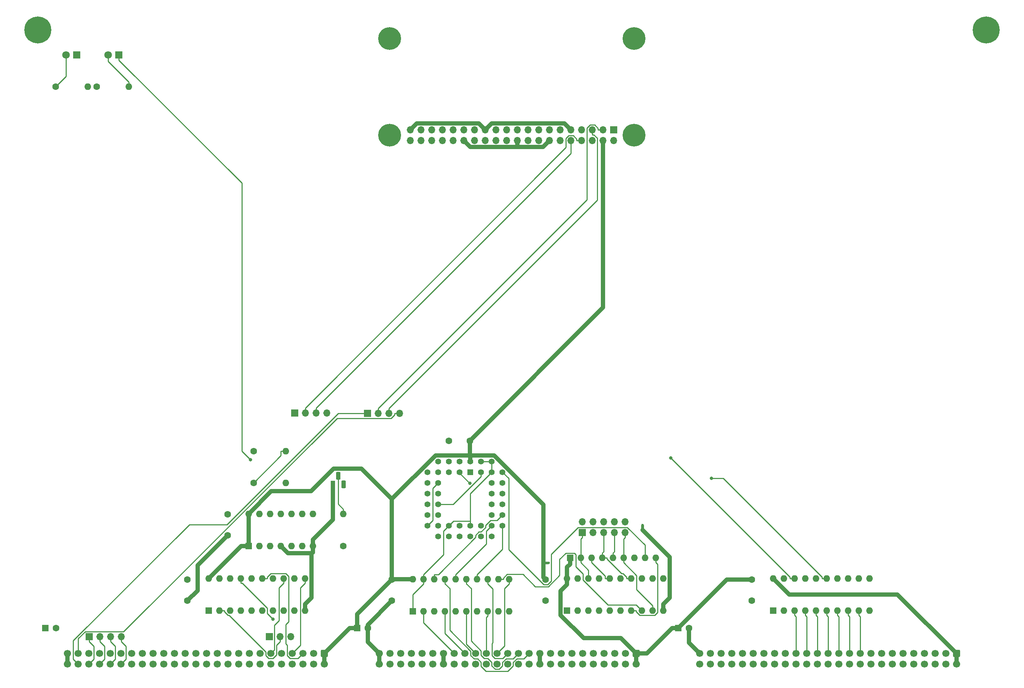
<source format=gbr>
%TF.GenerationSoftware,KiCad,Pcbnew,(6.0.11)*%
%TF.CreationDate,2023-12-17T12:14:55-05:00*%
%TF.ProjectId,input-output.SelfHost,696e7075-742d-46f7-9574-7075742e5365,rev?*%
%TF.SameCoordinates,Original*%
%TF.FileFunction,Copper,L2,Bot*%
%TF.FilePolarity,Positive*%
%FSLAX46Y46*%
G04 Gerber Fmt 4.6, Leading zero omitted, Abs format (unit mm)*
G04 Created by KiCad (PCBNEW (6.0.11)) date 2023-12-17 12:14:55*
%MOMM*%
%LPD*%
G01*
G04 APERTURE LIST*
G04 Aperture macros list*
%AMRoundRect*
0 Rectangle with rounded corners*
0 $1 Rounding radius*
0 $2 $3 $4 $5 $6 $7 $8 $9 X,Y pos of 4 corners*
0 Add a 4 corners polygon primitive as box body*
4,1,4,$2,$3,$4,$5,$6,$7,$8,$9,$2,$3,0*
0 Add four circle primitives for the rounded corners*
1,1,$1+$1,$2,$3*
1,1,$1+$1,$4,$5*
1,1,$1+$1,$6,$7*
1,1,$1+$1,$8,$9*
0 Add four rect primitives between the rounded corners*
20,1,$1+$1,$2,$3,$4,$5,0*
20,1,$1+$1,$4,$5,$6,$7,0*
20,1,$1+$1,$6,$7,$8,$9,0*
20,1,$1+$1,$8,$9,$2,$3,0*%
G04 Aperture macros list end*
%TA.AperFunction,ComponentPad*%
%ADD10C,6.400000*%
%TD*%
%TA.AperFunction,ComponentPad*%
%ADD11RoundRect,0.250000X-0.600000X0.600000X-0.600000X-0.600000X0.600000X-0.600000X0.600000X0.600000X0*%
%TD*%
%TA.AperFunction,ComponentPad*%
%ADD12C,1.700000*%
%TD*%
%TA.AperFunction,ComponentPad*%
%ADD13R,1.700000X1.700000*%
%TD*%
%TA.AperFunction,ComponentPad*%
%ADD14O,1.700000X1.700000*%
%TD*%
%TA.AperFunction,ComponentPad*%
%ADD15C,5.400000*%
%TD*%
%TA.AperFunction,ComponentPad*%
%ADD16C,1.600000*%
%TD*%
%TA.AperFunction,ComponentPad*%
%ADD17O,1.600000X1.600000*%
%TD*%
%TA.AperFunction,ComponentPad*%
%ADD18R,1.600000X1.600000*%
%TD*%
%TA.AperFunction,ComponentPad*%
%ADD19R,1.800000X1.800000*%
%TD*%
%TA.AperFunction,ComponentPad*%
%ADD20C,1.800000*%
%TD*%
%TA.AperFunction,ComponentPad*%
%ADD21C,0.600000*%
%TD*%
%TA.AperFunction,ComponentPad*%
%ADD22R,1.422400X1.422400*%
%TD*%
%TA.AperFunction,ComponentPad*%
%ADD23C,1.422400*%
%TD*%
%TA.AperFunction,ComponentPad*%
%ADD24R,1.100000X1.800000*%
%TD*%
%TA.AperFunction,ComponentPad*%
%ADD25RoundRect,0.275000X-0.275000X-0.625000X0.275000X-0.625000X0.275000X0.625000X-0.275000X0.625000X0*%
%TD*%
%TA.AperFunction,ViaPad*%
%ADD26C,0.800000*%
%TD*%
%TA.AperFunction,Conductor*%
%ADD27C,0.250000*%
%TD*%
%TA.AperFunction,Conductor*%
%ADD28C,1.000000*%
%TD*%
G04 APERTURE END LIST*
%TO.C,NT1*%
G36*
X161200000Y-201800000D02*
G01*
X160000000Y-201800000D01*
X160000000Y-201200000D01*
X161200000Y-201200000D01*
X161200000Y-201800000D01*
G37*
%TO.C,NT2*%
G36*
X183800000Y-193700000D02*
G01*
X183200000Y-193700000D01*
X183200000Y-192500000D01*
X183800000Y-192500000D01*
X183800000Y-193700000D01*
G37*
%TD*%
D10*
%TO.P,H2,1,1*%
%TO.N,GND*%
X265000000Y-75000000D03*
%TD*%
%TO.P,H1,1,1*%
%TO.N,GND*%
X40000000Y-75000000D03*
%TD*%
D11*
%TO.P,P2,1,Pin_1*%
%TO.N,VCC*%
X182000000Y-223000000D03*
D12*
%TO.P,P2,2,Pin_2*%
X182000000Y-225540000D03*
%TO.P,P2,3,Pin_3*%
%TO.N,/bus/A15*%
X179460000Y-223000000D03*
%TO.P,P2,4,Pin_4*%
%TO.N,/bus/A31*%
X179460000Y-225540000D03*
%TO.P,P2,5,Pin_5*%
%TO.N,/bus/A14*%
X176920000Y-223000000D03*
%TO.P,P2,6,Pin_6*%
%TO.N,/bus/A30*%
X176920000Y-225540000D03*
%TO.P,P2,7,Pin_7*%
%TO.N,/bus/A13*%
X174380000Y-223000000D03*
%TO.P,P2,8,Pin_8*%
%TO.N,/bus/A29*%
X174380000Y-225540000D03*
%TO.P,P2,9,Pin_9*%
%TO.N,/bus/A12*%
X171840000Y-223000000D03*
%TO.P,P2,10,Pin_10*%
%TO.N,/bus/A28*%
X171840000Y-225540000D03*
%TO.P,P2,11,Pin_11*%
%TO.N,/bus/A11*%
X169300000Y-223000000D03*
%TO.P,P2,12,Pin_12*%
%TO.N,/bus/A27*%
X169300000Y-225540000D03*
%TO.P,P2,13,Pin_13*%
%TO.N,/bus/A10*%
X166760000Y-223000000D03*
%TO.P,P2,14,Pin_14*%
%TO.N,/bus/A26*%
X166760000Y-225540000D03*
%TO.P,P2,15,Pin_15*%
%TO.N,/bus/A9*%
X164220000Y-223000000D03*
%TO.P,P2,16,Pin_16*%
%TO.N,/bus/A25*%
X164220000Y-225540000D03*
%TO.P,P2,17,Pin_17*%
%TO.N,/bus/A8*%
X161680000Y-223000000D03*
%TO.P,P2,18,Pin_18*%
%TO.N,/bus/A24*%
X161680000Y-225540000D03*
%TO.P,P2,19,Pin_19*%
%TO.N,+12V*%
X159140000Y-223000000D03*
%TO.P,P2,20,Pin_20*%
X159140000Y-225540000D03*
%TO.P,P2,21,Pin_21*%
%TO.N,A7*%
X156600000Y-223000000D03*
%TO.P,P2,22,Pin_22*%
%TO.N,/bus/A23*%
X156600000Y-225540000D03*
%TO.P,P2,23,Pin_23*%
%TO.N,A6*%
X154060000Y-223000000D03*
%TO.P,P2,24,Pin_24*%
%TO.N,/bus/A22*%
X154060000Y-225540000D03*
%TO.P,P2,25,Pin_25*%
%TO.N,A5*%
X151520000Y-223000000D03*
%TO.P,P2,26,Pin_26*%
%TO.N,/bus/A21*%
X151520000Y-225540000D03*
%TO.P,P2,27,Pin_27*%
%TO.N,A4*%
X148980000Y-223000000D03*
%TO.P,P2,28,Pin_28*%
%TO.N,/bus/A20*%
X148980000Y-225540000D03*
%TO.P,P2,29,Pin_29*%
%TO.N,A3*%
X146440000Y-223000000D03*
%TO.P,P2,30,Pin_30*%
%TO.N,/bus/A19*%
X146440000Y-225540000D03*
%TO.P,P2,31,Pin_31*%
%TO.N,A2*%
X143900000Y-223000000D03*
%TO.P,P2,32,Pin_32*%
%TO.N,/bus/A18*%
X143900000Y-225540000D03*
%TO.P,P2,33,Pin_33*%
%TO.N,A1*%
X141360000Y-223000000D03*
%TO.P,P2,34,Pin_34*%
%TO.N,/bus/A17*%
X141360000Y-225540000D03*
%TO.P,P2,35,Pin_35*%
%TO.N,A0*%
X138820000Y-223000000D03*
%TO.P,P2,36,Pin_36*%
%TO.N,/bus/A16*%
X138820000Y-225540000D03*
%TO.P,P2,37,Pin_37*%
%TO.N,-12V*%
X136280000Y-223000000D03*
%TO.P,P2,38,Pin_38*%
X136280000Y-225540000D03*
%TO.P,P2,39,Pin_39*%
%TO.N,/bus/IC3*%
X133740000Y-223000000D03*
%TO.P,P2,40,Pin_40*%
%TO.N,/bus/~{TEND1}*%
X133740000Y-225540000D03*
%TO.P,P2,41,Pin_41*%
%TO.N,/bus/IC2*%
X131200000Y-223000000D03*
%TO.P,P2,42,Pin_42*%
%TO.N,/bus/~{DREQ1}*%
X131200000Y-225540000D03*
%TO.P,P2,43,Pin_43*%
%TO.N,/bus/IC1*%
X128660000Y-223000000D03*
%TO.P,P2,44,Pin_44*%
%TO.N,/bus/~{TEND0}*%
X128660000Y-225540000D03*
%TO.P,P2,45,Pin_45*%
%TO.N,/bus/IC0*%
X126120000Y-223000000D03*
%TO.P,P2,46,Pin_46*%
%TO.N,/bus/~{DREQ0}*%
X126120000Y-225540000D03*
%TO.P,P2,47,Pin_47*%
%TO.N,/bus/AUXCLK1*%
X123580000Y-223000000D03*
%TO.P,P2,48,Pin_48*%
%TO.N,/bus/AUXCLK0*%
X123580000Y-225540000D03*
%TO.P,P2,49,Pin_49*%
%TO.N,GND*%
X121040000Y-223000000D03*
%TO.P,P2,50,Pin_50*%
X121040000Y-225540000D03*
%TD*%
D11*
%TO.P,P3,1,Pin_1*%
%TO.N,VCC*%
X258000000Y-223000000D03*
D12*
%TO.P,P3,2,Pin_2*%
X258000000Y-225540000D03*
%TO.P,P3,3,Pin_3*%
%TO.N,/bus/D15*%
X255460000Y-223000000D03*
%TO.P,P3,4,Pin_4*%
%TO.N,/bus/D31*%
X255460000Y-225540000D03*
%TO.P,P3,5,Pin_5*%
%TO.N,/bus/D14*%
X252920000Y-223000000D03*
%TO.P,P3,6,Pin_6*%
%TO.N,/bus/D30*%
X252920000Y-225540000D03*
%TO.P,P3,7,Pin_7*%
%TO.N,/bus/D13*%
X250380000Y-223000000D03*
%TO.P,P3,8,Pin_8*%
%TO.N,/bus/D29*%
X250380000Y-225540000D03*
%TO.P,P3,9,Pin_9*%
%TO.N,/bus/D12*%
X247840000Y-223000000D03*
%TO.P,P3,10,Pin_10*%
%TO.N,/bus/D28*%
X247840000Y-225540000D03*
%TO.P,P3,11,Pin_11*%
%TO.N,/bus/D11*%
X245300000Y-223000000D03*
%TO.P,P3,12,Pin_12*%
%TO.N,/bus/D27*%
X245300000Y-225540000D03*
%TO.P,P3,13,Pin_13*%
%TO.N,/bus/D10*%
X242760000Y-223000000D03*
%TO.P,P3,14,Pin_14*%
%TO.N,/bus/D26*%
X242760000Y-225540000D03*
%TO.P,P3,15,Pin_15*%
%TO.N,/bus/D9*%
X240220000Y-223000000D03*
%TO.P,P3,16,Pin_16*%
%TO.N,/bus/D25*%
X240220000Y-225540000D03*
%TO.P,P3,17,Pin_17*%
%TO.N,/bus/D8*%
X237680000Y-223000000D03*
%TO.P,P3,18,Pin_18*%
%TO.N,/bus/D24*%
X237680000Y-225540000D03*
%TO.P,P3,19,Pin_19*%
%TO.N,D7*%
X235140000Y-223000000D03*
%TO.P,P3,20,Pin_20*%
%TO.N,/bus/D23*%
X235140000Y-225540000D03*
%TO.P,P3,21,Pin_21*%
%TO.N,D6*%
X232600000Y-223000000D03*
%TO.P,P3,22,Pin_22*%
%TO.N,/bus/D22*%
X232600000Y-225540000D03*
%TO.P,P3,23,Pin_23*%
%TO.N,D5*%
X230060000Y-223000000D03*
%TO.P,P3,24,Pin_24*%
%TO.N,/bus/D21*%
X230060000Y-225540000D03*
%TO.P,P3,25,Pin_25*%
%TO.N,D4*%
X227520000Y-223000000D03*
%TO.P,P3,26,Pin_26*%
%TO.N,/bus/D20*%
X227520000Y-225540000D03*
%TO.P,P3,27,Pin_27*%
%TO.N,D3*%
X224980000Y-223000000D03*
%TO.P,P3,28,Pin_28*%
%TO.N,/bus/D19*%
X224980000Y-225540000D03*
%TO.P,P3,29,Pin_29*%
%TO.N,D2*%
X222440000Y-223000000D03*
%TO.P,P3,30,Pin_30*%
%TO.N,/bus/D18*%
X222440000Y-225540000D03*
%TO.P,P3,31,Pin_31*%
%TO.N,D1*%
X219900000Y-223000000D03*
%TO.P,P3,32,Pin_32*%
%TO.N,/bus/D17*%
X219900000Y-225540000D03*
%TO.P,P3,33,Pin_33*%
%TO.N,D0*%
X217360000Y-223000000D03*
%TO.P,P3,34,Pin_34*%
%TO.N,/bus/D16*%
X217360000Y-225540000D03*
%TO.P,P3,35,Pin_35*%
%TO.N,/bus/~{BUSERR}*%
X214820000Y-223000000D03*
%TO.P,P3,36,Pin_36*%
%TO.N,/bus/UDS*%
X214820000Y-225540000D03*
%TO.P,P3,37,Pin_37*%
%TO.N,/bus/~{VPA}*%
X212280000Y-223000000D03*
%TO.P,P3,38,Pin_38*%
%TO.N,/bus/LDS*%
X212280000Y-225540000D03*
%TO.P,P3,39,Pin_39*%
%TO.N,/bus/~{VMA}*%
X209740000Y-223000000D03*
%TO.P,P3,40,Pin_40*%
%TO.N,/bus/S2*%
X209740000Y-225540000D03*
%TO.P,P3,41,Pin_41*%
%TO.N,/bus/~{BHE}*%
X207200000Y-223000000D03*
%TO.P,P3,42,Pin_42*%
%TO.N,/bus/S1*%
X207200000Y-225540000D03*
%TO.P,P3,43,Pin_43*%
%TO.N,/bus/IPL2*%
X204660000Y-223000000D03*
%TO.P,P3,44,Pin_44*%
%TO.N,/bus/S0*%
X204660000Y-225540000D03*
%TO.P,P3,45,Pin_45*%
%TO.N,/bus/IPL1*%
X202120000Y-223000000D03*
%TO.P,P3,46,Pin_46*%
%TO.N,/bus/AUXCLK3*%
X202120000Y-225540000D03*
%TO.P,P3,47,Pin_47*%
%TO.N,/bus/IPL0*%
X199580000Y-223000000D03*
%TO.P,P3,48,Pin_48*%
%TO.N,/bus/AUXCLK2*%
X199580000Y-225540000D03*
%TO.P,P3,49,Pin_49*%
%TO.N,GND*%
X197040000Y-223000000D03*
%TO.P,P3,50,Pin_50*%
X197040000Y-225540000D03*
%TD*%
D11*
%TO.P,P1,1,Pin_1*%
%TO.N,VCC*%
X108000000Y-223000000D03*
D12*
%TO.P,P1,2,Pin_2*%
X108000000Y-225540000D03*
%TO.P,P1,3,Pin_3*%
%TO.N,~{RD}*%
X105460000Y-223000000D03*
%TO.P,P1,4,Pin_4*%
%TO.N,/bus/E*%
X105460000Y-225540000D03*
%TO.P,P1,5,Pin_5*%
%TO.N,~{WR}*%
X102920000Y-223000000D03*
%TO.P,P1,6,Pin_6*%
%TO.N,/bus/ST*%
X102920000Y-225540000D03*
%TO.P,P1,7,Pin_7*%
%TO.N,~{IORQ}*%
X100380000Y-223000000D03*
%TO.P,P1,8,Pin_8*%
%TO.N,/bus/PHI*%
X100380000Y-225540000D03*
%TO.P,P1,9,Pin_9*%
%TO.N,/bus/~{MREQ}*%
X97840000Y-223000000D03*
%TO.P,P1,10,Pin_10*%
%TO.N,/bus/~{INT2}*%
X97840000Y-225540000D03*
%TO.P,P1,11,Pin_11*%
%TO.N,~{M1}*%
X95300000Y-223000000D03*
%TO.P,P1,12,Pin_12*%
%TO.N,/bus/~{INT1}*%
X95300000Y-225540000D03*
%TO.P,P1,13,Pin_13*%
%TO.N,/bus/~{BUSACK}*%
X92760000Y-223000000D03*
%TO.P,P1,14,Pin_14*%
%TO.N,/bus/CRUCLK*%
X92760000Y-225540000D03*
%TO.P,P1,15,Pin_15*%
%TO.N,/bus/CLK*%
X90220000Y-223000000D03*
%TO.P,P1,16,Pin_16*%
%TO.N,/bus/CRUOUT*%
X90220000Y-225540000D03*
%TO.P,P1,17,Pin_17*%
%TO.N,/bus/~{INT0}*%
X87680000Y-223000000D03*
%TO.P,P1,18,Pin_18*%
%TO.N,/bus/CRUIN*%
X87680000Y-225540000D03*
%TO.P,P1,19,Pin_19*%
%TO.N,/bus/~{NMI}*%
X85140000Y-223000000D03*
%TO.P,P1,20,Pin_20*%
%TO.N,~{RES_IN}*%
X85140000Y-225540000D03*
%TO.P,P1,21,Pin_21*%
%TO.N,~{RES_OUT}*%
X82600000Y-223000000D03*
%TO.P,P1,22,Pin_22*%
%TO.N,/bus/USER8*%
X82600000Y-225540000D03*
%TO.P,P1,23,Pin_23*%
%TO.N,/bus/~{BUSRQ}*%
X80060000Y-223000000D03*
%TO.P,P1,24,Pin_24*%
%TO.N,/bus/USER7*%
X80060000Y-225540000D03*
%TO.P,P1,25,Pin_25*%
%TO.N,/bus/~{WAIT}*%
X77520000Y-223000000D03*
%TO.P,P1,26,Pin_26*%
%TO.N,/bus/USER6*%
X77520000Y-225540000D03*
%TO.P,P1,27,Pin_27*%
%TO.N,/bus/~{HALT}*%
X74980000Y-223000000D03*
%TO.P,P1,28,Pin_28*%
%TO.N,/bus/USER5*%
X74980000Y-225540000D03*
%TO.P,P1,29,Pin_29*%
%TO.N,/bus/~{RFSH}*%
X72440000Y-223000000D03*
%TO.P,P1,30,Pin_30*%
%TO.N,/bus/USER4*%
X72440000Y-225540000D03*
%TO.P,P1,31,Pin_31*%
%TO.N,/bus/~{EIRQ7}*%
X69900000Y-223000000D03*
%TO.P,P1,32,Pin_32*%
%TO.N,/bus/USER3*%
X69900000Y-225540000D03*
%TO.P,P1,33,Pin_33*%
%TO.N,/bus/~{EIRQ6}*%
X67360000Y-223000000D03*
%TO.P,P1,34,Pin_34*%
%TO.N,/bus/USER2*%
X67360000Y-225540000D03*
%TO.P,P1,35,Pin_35*%
%TO.N,/bus/~{EIRQ5}*%
X64820000Y-223000000D03*
%TO.P,P1,36,Pin_36*%
%TO.N,/bus/USER1*%
X64820000Y-225540000D03*
%TO.P,P1,37,Pin_37*%
%TO.N,/bus/~{EIRQ4}*%
X62280000Y-223000000D03*
%TO.P,P1,38,Pin_38*%
%TO.N,/bus/USER0*%
X62280000Y-225540000D03*
%TO.P,P1,39,Pin_39*%
%TO.N,/bus/~{EIRQ3}*%
X59740000Y-223000000D03*
%TO.P,P1,40,Pin_40*%
%TO.N,~{BAI}*%
X59740000Y-225540000D03*
%TO.P,P1,41,Pin_41*%
%TO.N,/bus/~{EIRQ2}*%
X57200000Y-223000000D03*
%TO.P,P1,42,Pin_42*%
%TO.N,~{BAO}*%
X57200000Y-225540000D03*
%TO.P,P1,43,Pin_43*%
%TO.N,/bus/~{EIRQ1}*%
X54660000Y-223000000D03*
%TO.P,P1,44,Pin_44*%
%TO.N,~{IEI}*%
X54660000Y-225540000D03*
%TO.P,P1,45,Pin_45*%
%TO.N,/bus/~{EIRQ0}*%
X52120000Y-223000000D03*
%TO.P,P1,46,Pin_46*%
%TO.N,~{IEO}*%
X52120000Y-225540000D03*
%TO.P,P1,47,Pin_47*%
%TO.N,I2C_SCL*%
X49580000Y-223000000D03*
%TO.P,P1,48,Pin_48*%
%TO.N,I2C_SDA*%
X49580000Y-225540000D03*
%TO.P,P1,49,Pin_49*%
%TO.N,GND*%
X47040000Y-223000000D03*
%TO.P,P1,50,Pin_50*%
X47040000Y-225540000D03*
%TD*%
D13*
%TO.P,J1,1,Pin_1*%
%TO.N,unconnected-(J1-Pad1)*%
X176650000Y-98700000D03*
D14*
%TO.P,J1,2,Pin_2*%
%TO.N,VCC*%
X176650000Y-101240000D03*
%TO.P,J1,3,Pin_3*%
%TO.N,Net-(J1-Pad3)*%
X174110000Y-98700000D03*
%TO.P,J1,4,Pin_4*%
%TO.N,VCC*%
X174110000Y-101240000D03*
%TO.P,J1,5,Pin_5*%
%TO.N,Net-(J1-Pad5)*%
X171570000Y-98700000D03*
%TO.P,J1,6,Pin_6*%
%TO.N,GND*%
X171570000Y-101240000D03*
%TO.P,J1,7,Pin_7*%
%TO.N,unconnected-(J1-Pad7)*%
X169030000Y-98700000D03*
%TO.P,J1,8,Pin_8*%
%TO.N,Net-(J1-Pad8)*%
X169030000Y-101240000D03*
%TO.P,J1,9,Pin_9*%
%TO.N,GND*%
X166490000Y-98700000D03*
%TO.P,J1,10,Pin_10*%
%TO.N,Net-(J1-Pad10)*%
X166490000Y-101240000D03*
%TO.P,J1,11,Pin_11*%
%TO.N,unconnected-(J1-Pad11)*%
X163950000Y-98700000D03*
%TO.P,J1,12,Pin_12*%
%TO.N,unconnected-(J1-Pad12)*%
X163950000Y-101240000D03*
%TO.P,J1,13,Pin_13*%
%TO.N,unconnected-(J1-Pad13)*%
X161410000Y-98700000D03*
%TO.P,J1,14,Pin_14*%
%TO.N,GND*%
X161410000Y-101240000D03*
%TO.P,J1,15,Pin_15*%
%TO.N,unconnected-(J1-Pad15)*%
X158870000Y-98700000D03*
%TO.P,J1,16,Pin_16*%
%TO.N,unconnected-(J1-Pad16)*%
X158870000Y-101240000D03*
%TO.P,J1,17,Pin_17*%
%TO.N,unconnected-(J1-Pad17)*%
X156330000Y-98700000D03*
%TO.P,J1,18,Pin_18*%
%TO.N,unconnected-(J1-Pad18)*%
X156330000Y-101240000D03*
%TO.P,J1,19,Pin_19*%
%TO.N,unconnected-(J1-Pad19)*%
X153790000Y-98700000D03*
%TO.P,J1,20,Pin_20*%
%TO.N,GND*%
X153790000Y-101240000D03*
%TO.P,J1,21,Pin_21*%
%TO.N,unconnected-(J1-Pad21)*%
X151250000Y-98700000D03*
%TO.P,J1,22,Pin_22*%
%TO.N,unconnected-(J1-Pad22)*%
X151250000Y-101240000D03*
%TO.P,J1,23,Pin_23*%
%TO.N,unconnected-(J1-Pad23)*%
X148710000Y-98700000D03*
%TO.P,J1,24,Pin_24*%
%TO.N,unconnected-(J1-Pad24)*%
X148710000Y-101240000D03*
%TO.P,J1,25,Pin_25*%
%TO.N,GND*%
X146170000Y-98700000D03*
%TO.P,J1,26,Pin_26*%
%TO.N,unconnected-(J1-Pad26)*%
X146170000Y-101240000D03*
%TO.P,J1,27,Pin_27*%
%TO.N,unconnected-(J1-Pad27)*%
X143630000Y-98700000D03*
%TO.P,J1,28,Pin_28*%
%TO.N,unconnected-(J1-Pad28)*%
X143630000Y-101240000D03*
%TO.P,J1,29,Pin_29*%
%TO.N,unconnected-(J1-Pad29)*%
X141090000Y-98700000D03*
%TO.P,J1,30,Pin_30*%
%TO.N,GND*%
X141090000Y-101240000D03*
%TO.P,J1,31,Pin_31*%
%TO.N,unconnected-(J1-Pad31)*%
X138550000Y-98700000D03*
%TO.P,J1,32,Pin_32*%
%TO.N,unconnected-(J1-Pad32)*%
X138550000Y-101240000D03*
%TO.P,J1,33,Pin_33*%
%TO.N,unconnected-(J1-Pad33)*%
X136010000Y-98700000D03*
%TO.P,J1,34,Pin_34*%
%TO.N,GND*%
X136010000Y-101240000D03*
%TO.P,J1,35,Pin_35*%
%TO.N,unconnected-(J1-Pad35)*%
X133470000Y-98700000D03*
%TO.P,J1,36,Pin_36*%
%TO.N,unconnected-(J1-Pad36)*%
X133470000Y-101240000D03*
%TO.P,J1,37,Pin_37*%
%TO.N,unconnected-(J1-Pad37)*%
X130930000Y-98700000D03*
%TO.P,J1,38,Pin_38*%
%TO.N,unconnected-(J1-Pad38)*%
X130930000Y-101240000D03*
%TO.P,J1,39,Pin_39*%
%TO.N,GND*%
X128390000Y-98700000D03*
%TO.P,J1,40,Pin_40*%
%TO.N,unconnected-(J1-Pad40)*%
X128390000Y-101240000D03*
D15*
%TO.P,J1,41,MH*%
%TO.N,unconnected-(J1-Pad41)*%
X181500000Y-100000000D03*
%TO.P,J1,42,MH*%
%TO.N,unconnected-(J1-Pad42)*%
X123500000Y-100000000D03*
%TO.P,J1,43,MH*%
%TO.N,unconnected-(J1-Pad43)*%
X181500000Y-77000000D03*
%TO.P,J1,44,MH*%
%TO.N,unconnected-(J1-Pad44)*%
X123500000Y-77000000D03*
%TD*%
D16*
%TO.P,R2,1*%
%TO.N,/UART/TX*%
X91190000Y-175000000D03*
D17*
%TO.P,R2,2*%
%TO.N,TX-3.3*%
X98810000Y-175000000D03*
%TD*%
D18*
%TO.P,C22,1*%
%TO.N,VCC*%
X115794900Y-217000000D03*
D16*
%TO.P,C22,2*%
%TO.N,GND*%
X118294900Y-217000000D03*
%TD*%
%TO.P,C10,1*%
%TO.N,VCC*%
X142500000Y-172500000D03*
%TO.P,C10,2*%
%TO.N,GND*%
X137500000Y-172500000D03*
%TD*%
D13*
%TO.P,J2,1,Pin_1*%
%TO.N,I2C_SDA*%
X118200000Y-166000000D03*
D14*
%TO.P,J2,2,Pin_2*%
%TO.N,Net-(J1-Pad3)*%
X120740000Y-166000000D03*
%TO.P,J2,3,Pin_3*%
%TO.N,Net-(J1-Pad5)*%
X123280000Y-166000000D03*
%TO.P,J2,4,Pin_4*%
%TO.N,I2C_SCL*%
X125820000Y-166000000D03*
%TD*%
D19*
%TO.P,D1,1,K*%
%TO.N,GND*%
X49250000Y-80950000D03*
D20*
%TO.P,D1,2,A*%
%TO.N,Net-(D1-Pad2)*%
X46710000Y-80950000D03*
%TD*%
D16*
%TO.P,C14,1*%
%TO.N,VCC*%
X160500000Y-205500000D03*
%TO.P,C14,2*%
%TO.N,GND*%
X160500000Y-210500000D03*
%TD*%
D18*
%TO.P,C20,1*%
%TO.N,VCC*%
X192000000Y-217000000D03*
D16*
%TO.P,C20,2*%
%TO.N,GND*%
X194500000Y-217000000D03*
%TD*%
D18*
%TO.P,U21,1,G*%
%TO.N,~{bIORQ}*%
X165575000Y-212800000D03*
D17*
%TO.P,U21,2,P0*%
%TO.N,~{bM1}*%
X168115000Y-212800000D03*
%TO.P,U21,3,R0*%
%TO.N,Net-(RN1-Pad9)*%
X170655000Y-212800000D03*
%TO.P,U21,4,P1*%
X173195000Y-212800000D03*
%TO.P,U21,5,R1*%
X175735000Y-212800000D03*
%TO.P,U21,6,P2*%
X178275000Y-212800000D03*
%TO.P,U21,7,R2*%
X180815000Y-212800000D03*
%TO.P,U21,8,P3*%
%TO.N,bA3*%
X183355000Y-212800000D03*
%TO.P,U21,9,R3*%
%TO.N,Net-(RN1-Pad6)*%
X185895000Y-212800000D03*
%TO.P,U21,10,GND*%
%TO.N,GND*%
X188435000Y-212800000D03*
%TO.P,U21,11,P4*%
%TO.N,bA4*%
X188435000Y-205180000D03*
%TO.P,U21,12,R4*%
%TO.N,Net-(RN1-Pad5)*%
X185895000Y-205180000D03*
%TO.P,U21,13,P5*%
%TO.N,bA5*%
X183355000Y-205180000D03*
%TO.P,U21,14,R5*%
%TO.N,Net-(RN1-Pad4)*%
X180815000Y-205180000D03*
%TO.P,U21,15,P6*%
%TO.N,bA6*%
X178275000Y-205180000D03*
%TO.P,U21,16,R6*%
%TO.N,Net-(RN1-Pad3)*%
X175735000Y-205180000D03*
%TO.P,U21,17,P7*%
%TO.N,bA7*%
X173195000Y-205180000D03*
%TO.P,U21,18,R7*%
%TO.N,Net-(RN1-Pad2)*%
X170655000Y-205180000D03*
%TO.P,U21,19,P=R*%
%TO.N,~{CS-UART}*%
X168115000Y-205180000D03*
%TO.P,U21,20,VCC*%
%TO.N,VCC*%
X165575000Y-205180000D03*
%TD*%
D16*
%TO.P,C9,1*%
%TO.N,VCC*%
X85000000Y-190000000D03*
%TO.P,C9,2*%
%TO.N,GND*%
X85000000Y-195000000D03*
%TD*%
D13*
%TO.P,J9,1,Pin_1*%
%TO.N,~{RES_IN}*%
X94975000Y-219000000D03*
D14*
%TO.P,J9,2,Pin_2*%
%TO.N,Net-(J9-Pad2)*%
X97515000Y-219000000D03*
%TO.P,J9,3,Pin_3*%
%TO.N,~{RES_OUT}*%
X100055000Y-219000000D03*
%TD*%
D16*
%TO.P,R1,1*%
%TO.N,Net-(D1-Pad2)*%
X44190000Y-88500000D03*
D17*
%TO.P,R1,2*%
%TO.N,VCC*%
X51810000Y-88500000D03*
%TD*%
D18*
%TO.P,U14,1,A->B*%
%TO.N,~{RD}*%
X214500000Y-212800000D03*
D17*
%TO.P,U14,2,A0*%
%TO.N,D0*%
X217040000Y-212800000D03*
%TO.P,U14,3,A1*%
%TO.N,D1*%
X219580000Y-212800000D03*
%TO.P,U14,4,A2*%
%TO.N,D2*%
X222120000Y-212800000D03*
%TO.P,U14,5,A3*%
%TO.N,D3*%
X224660000Y-212800000D03*
%TO.P,U14,6,A4*%
%TO.N,D4*%
X227200000Y-212800000D03*
%TO.P,U14,7,A5*%
%TO.N,D5*%
X229740000Y-212800000D03*
%TO.P,U14,8,A6*%
%TO.N,D6*%
X232280000Y-212800000D03*
%TO.P,U14,9,A7*%
%TO.N,D7*%
X234820000Y-212800000D03*
%TO.P,U14,10,GND*%
%TO.N,GND*%
X237360000Y-212800000D03*
%TO.P,U14,11,B7*%
%TO.N,bD7*%
X237360000Y-205180000D03*
%TO.P,U14,12,B6*%
%TO.N,bD6*%
X234820000Y-205180000D03*
%TO.P,U14,13,B5*%
%TO.N,bD5*%
X232280000Y-205180000D03*
%TO.P,U14,14,B4*%
%TO.N,bD4*%
X229740000Y-205180000D03*
%TO.P,U14,15,B3*%
%TO.N,bD3*%
X227200000Y-205180000D03*
%TO.P,U14,16,B2*%
%TO.N,bD2*%
X224660000Y-205180000D03*
%TO.P,U14,17,B1*%
%TO.N,bD1*%
X222120000Y-205180000D03*
%TO.P,U14,18,B0*%
%TO.N,bD0*%
X219580000Y-205180000D03*
%TO.P,U14,19,CE*%
%TO.N,~{CS-UART}*%
X217040000Y-205180000D03*
%TO.P,U14,20,VCC*%
%TO.N,VCC*%
X214500000Y-205180000D03*
%TD*%
D16*
%TO.P,R4,1*%
%TO.N,~{bRESET}*%
X112500000Y-197500000D03*
D17*
%TO.P,R4,2*%
%TO.N,Net-(Q1-Pad2)*%
X112500000Y-189880000D03*
%TD*%
D18*
%TO.P,C21,1*%
%TO.N,VCC*%
X41794900Y-217000000D03*
D16*
%TO.P,C21,2*%
%TO.N,GND*%
X44294900Y-217000000D03*
%TD*%
%TO.P,R5,1*%
%TO.N,VCC*%
X54000000Y-88500000D03*
D17*
%TO.P,R5,2*%
%TO.N,Net-(D2-Pad2)*%
X61620000Y-88500000D03*
%TD*%
D16*
%TO.P,C12,1*%
%TO.N,VCC*%
X124000000Y-205500000D03*
%TO.P,C12,2*%
%TO.N,GND*%
X124000000Y-210500000D03*
%TD*%
D21*
%TO.P,NT1,1,1*%
%TO.N,VCC*%
X160000000Y-201500000D03*
%TO.P,NT1,2,2*%
%TO.N,ONE*%
X161200000Y-201500000D03*
%TD*%
D13*
%TO.P,P4,1,Pin_1*%
%TO.N,~{IEO}*%
X52200000Y-219000000D03*
D14*
%TO.P,P4,2,Pin_2*%
%TO.N,~{IEI}*%
X54740000Y-219000000D03*
%TO.P,P4,3,Pin_3*%
%TO.N,~{BAO}*%
X57280000Y-219000000D03*
%TO.P,P4,4,Pin_4*%
%TO.N,~{BAI}*%
X59820000Y-219000000D03*
%TD*%
D16*
%TO.P,R3,1*%
%TO.N,TX-3.3*%
X91190000Y-182500000D03*
D17*
%TO.P,R3,2*%
%TO.N,GND*%
X98810000Y-182500000D03*
%TD*%
D13*
%TO.P,SW1,1,Pin_1*%
%TO.N,Net-(RN1-Pad2)*%
X169200000Y-194275000D03*
D14*
%TO.P,SW1,2,Pin_2*%
%TO.N,ZERO*%
X169200000Y-191735000D03*
%TO.P,SW1,3,Pin_3*%
%TO.N,Net-(RN1-Pad3)*%
X171740000Y-194275000D03*
%TO.P,SW1,4,Pin_4*%
%TO.N,ZERO*%
X171740000Y-191735000D03*
%TO.P,SW1,5,Pin_5*%
%TO.N,Net-(RN1-Pad4)*%
X174280000Y-194275000D03*
%TO.P,SW1,6,Pin_6*%
%TO.N,ZERO*%
X174280000Y-191735000D03*
%TO.P,SW1,7,Pin_7*%
%TO.N,Net-(RN1-Pad5)*%
X176820000Y-194275000D03*
%TO.P,SW1,8,Pin_8*%
%TO.N,ZERO*%
X176820000Y-191735000D03*
%TO.P,SW1,9,Pin_9*%
%TO.N,Net-(RN1-Pad6)*%
X179360000Y-194275000D03*
%TO.P,SW1,10,Pin_10*%
%TO.N,ZERO*%
X179360000Y-191735000D03*
%TD*%
D16*
%TO.P,C17,1*%
%TO.N,VCC*%
X75500000Y-205500000D03*
%TO.P,C17,2*%
%TO.N,GND*%
X75500000Y-210500000D03*
%TD*%
D21*
%TO.P,NT2,1,1*%
%TO.N,GND*%
X183500000Y-193700000D03*
%TO.P,NT2,2,2*%
%TO.N,ZERO*%
X183500000Y-192500000D03*
%TD*%
D18*
%TO.P,U2,1,Pin_1*%
%TO.N,VCC*%
X90000000Y-197500000D03*
D17*
%TO.P,U2,2,Pin_2*%
%TO.N,unconnected-(U2-Pad2)*%
X92540000Y-197500000D03*
%TO.P,U2,3,Pin_3*%
%TO.N,unconnected-(U2-Pad3)*%
X95080000Y-197500000D03*
%TO.P,U2,4,Pin_4*%
%TO.N,GND*%
X97620000Y-197500000D03*
%TO.P,U2,5,Pin_5*%
%TO.N,unconnected-(U2-Pad5)*%
X100160000Y-197500000D03*
%TO.P,U2,6,Pin_6*%
%TO.N,unconnected-(U2-Pad6)*%
X102700000Y-197500000D03*
%TO.P,U2,7,Pin_7*%
%TO.N,GND*%
X105240000Y-197500000D03*
%TO.P,U2,8,Pin_8*%
%TO.N,UART-CLK*%
X105240000Y-189880000D03*
%TO.P,U2,9,Pin_9*%
%TO.N,unconnected-(U2-Pad9)*%
X102700000Y-189880000D03*
%TO.P,U2,10,Pin_10*%
%TO.N,unconnected-(U2-Pad10)*%
X100160000Y-189880000D03*
%TO.P,U2,11,Pin_11*%
%TO.N,UART-CLK*%
X97620000Y-189880000D03*
%TO.P,U2,12,Pin_12*%
%TO.N,unconnected-(U2-Pad12)*%
X95080000Y-189880000D03*
%TO.P,U2,13,Pin_13*%
%TO.N,unconnected-(U2-Pad13)*%
X92540000Y-189880000D03*
%TO.P,U2,14,Pin_14*%
%TO.N,VCC*%
X90000000Y-189880000D03*
%TD*%
D18*
%TO.P,U13,1,OEa*%
%TO.N,ZERO*%
X129000000Y-213000000D03*
D17*
%TO.P,U13,2,I0a*%
%TO.N,A0*%
X131540000Y-213000000D03*
%TO.P,U13,3,O3b*%
%TO.N,bA7*%
X134080000Y-213000000D03*
%TO.P,U13,4,I1a*%
%TO.N,A1*%
X136620000Y-213000000D03*
%TO.P,U13,5,O2b*%
%TO.N,bA6*%
X139160000Y-213000000D03*
%TO.P,U13,6,I2a*%
%TO.N,A2*%
X141700000Y-213000000D03*
%TO.P,U13,7,O1b*%
%TO.N,bA5*%
X144240000Y-213000000D03*
%TO.P,U13,8,I3a*%
%TO.N,A3*%
X146780000Y-213000000D03*
%TO.P,U13,9,O0b*%
%TO.N,bA4*%
X149320000Y-213000000D03*
%TO.P,U13,10,GND*%
%TO.N,GND*%
X151860000Y-213000000D03*
%TO.P,U13,11,I0b*%
%TO.N,A4*%
X151860000Y-205380000D03*
%TO.P,U13,12,O3a*%
%TO.N,bA3*%
X149320000Y-205380000D03*
%TO.P,U13,13,I1b*%
%TO.N,A5*%
X146780000Y-205380000D03*
%TO.P,U13,14,O2a*%
%TO.N,bA2*%
X144240000Y-205380000D03*
%TO.P,U13,15,I2b*%
%TO.N,A6*%
X141700000Y-205380000D03*
%TO.P,U13,16,O1a*%
%TO.N,bA1*%
X139160000Y-205380000D03*
%TO.P,U13,17,I3b*%
%TO.N,A7*%
X136620000Y-205380000D03*
%TO.P,U13,18,O0a*%
%TO.N,bA0*%
X134080000Y-205380000D03*
%TO.P,U13,19,OEb*%
%TO.N,ZERO*%
X131540000Y-205380000D03*
%TO.P,U13,20,VCC*%
%TO.N,VCC*%
X129000000Y-205380000D03*
%TD*%
D13*
%TO.P,J3,1,Pin_1*%
%TO.N,RX-3.3*%
X100920000Y-165930000D03*
D14*
%TO.P,J3,2,Pin_2*%
%TO.N,Net-(J1-Pad8)*%
X103460000Y-165930000D03*
%TO.P,J3,3,Pin_3*%
%TO.N,Net-(J1-Pad10)*%
X106000000Y-165930000D03*
%TO.P,J3,4,Pin_4*%
%TO.N,TX-3.3*%
X108540000Y-165930000D03*
%TD*%
D18*
%TO.P,U15,1,OEa*%
%TO.N,ZERO*%
X80575000Y-212800000D03*
D17*
%TO.P,U15,2,I0a*%
%TO.N,Net-(J9-Pad2)*%
X83115000Y-212800000D03*
%TO.P,U15,3,O3b*%
%TO.N,~{bRD}*%
X85655000Y-212800000D03*
%TO.P,U15,4,I1a*%
%TO.N,unconnected-(U15-Pad4)*%
X88195000Y-212800000D03*
%TO.P,U15,5,O2b*%
%TO.N,~{bWR}*%
X90735000Y-212800000D03*
%TO.P,U15,6,I2a*%
%TO.N,unconnected-(U15-Pad6)*%
X93275000Y-212800000D03*
%TO.P,U15,7,O1b*%
%TO.N,~{bM1}*%
X95815000Y-212800000D03*
%TO.P,U15,8,I3a*%
%TO.N,unconnected-(U15-Pad8)*%
X98355000Y-212800000D03*
%TO.P,U15,9,O0b*%
%TO.N,~{bIORQ}*%
X100895000Y-212800000D03*
%TO.P,U15,10,GND*%
%TO.N,GND*%
X103435000Y-212800000D03*
%TO.P,U15,11,I0b*%
%TO.N,~{IORQ}*%
X103435000Y-205180000D03*
%TO.P,U15,12,O3a*%
%TO.N,unconnected-(U15-Pad12)*%
X100895000Y-205180000D03*
%TO.P,U15,13,I1b*%
%TO.N,~{M1}*%
X98355000Y-205180000D03*
%TO.P,U15,14,O2a*%
%TO.N,unconnected-(U15-Pad14)*%
X95815000Y-205180000D03*
%TO.P,U15,15,I2b*%
%TO.N,~{WR}*%
X93275000Y-205180000D03*
%TO.P,U15,16,O1a*%
%TO.N,unconnected-(U15-Pad16)*%
X90735000Y-205180000D03*
%TO.P,U15,17,I3b*%
%TO.N,~{RD}*%
X88195000Y-205180000D03*
%TO.P,U15,18,O0a*%
%TO.N,~{bRESET}*%
X85655000Y-205180000D03*
%TO.P,U15,19,OEb*%
%TO.N,ZERO*%
X83115000Y-205180000D03*
%TO.P,U15,20,VCC*%
%TO.N,VCC*%
X80575000Y-205180000D03*
%TD*%
D16*
%TO.P,C5,1*%
%TO.N,VCC*%
X209425000Y-205500000D03*
%TO.P,C5,2*%
%TO.N,GND*%
X209425000Y-210500000D03*
%TD*%
D22*
%TO.P,U3,1,nc*%
%TO.N,unconnected-(U3-Pad1)*%
X142620000Y-179960000D03*
D23*
%TO.P,U3,2,D0*%
%TO.N,bD0*%
X140080000Y-177420000D03*
%TO.P,U3,3,D1*%
%TO.N,bD1*%
X140080000Y-179960000D03*
%TO.P,U3,4,D2*%
%TO.N,bD2*%
X137540000Y-177420000D03*
%TO.P,U3,5,D3*%
%TO.N,bD3*%
X137540000Y-179960000D03*
%TO.P,U3,6,D4*%
%TO.N,bD4*%
X135000000Y-177420000D03*
%TO.P,U3,7,D5*%
%TO.N,bD5*%
X132460000Y-179960000D03*
%TO.P,U3,8,D6*%
%TO.N,bD6*%
X135000000Y-179960000D03*
%TO.P,U3,9,D7*%
%TO.N,bD7*%
X132460000Y-182500000D03*
%TO.P,U3,10,RCLK*%
%TO.N,Net-(U3-Pad10)*%
X135000000Y-182500000D03*
%TO.P,U3,11,SIN*%
%TO.N,RX-3.3*%
X132460000Y-185040000D03*
%TO.P,U3,12,nc*%
%TO.N,unconnected-(U3-Pad12)*%
X135000000Y-185040000D03*
%TO.P,U3,13,SOUT*%
%TO.N,/UART/TX*%
X132460000Y-187580000D03*
%TO.P,U3,14,CS0*%
%TO.N,ONE*%
X135000000Y-187580000D03*
%TO.P,U3,15,CS1*%
X132460000Y-190120000D03*
%TO.P,U3,16,~{CS2}*%
%TO.N,~{CS-UART}*%
X135000000Y-190120000D03*
%TO.P,U3,17,~{BAUDOUT}*%
%TO.N,Net-(U3-Pad10)*%
X132460000Y-192660000D03*
%TO.P,U3,18,XIN*%
%TO.N,UART-CLK*%
X135000000Y-195200000D03*
%TO.P,U3,19,XOUT*%
%TO.N,unconnected-(U3-Pad19)*%
X135000000Y-192660000D03*
%TO.P,U3,20,~{WR}*%
%TO.N,~{bWR}*%
X137540000Y-195200000D03*
%TO.P,U3,21,WR*%
%TO.N,ZERO*%
X137540000Y-192660000D03*
%TO.P,U3,22,GND*%
%TO.N,GND*%
X140080000Y-195200000D03*
%TO.P,U3,23,nc*%
%TO.N,unconnected-(U3-Pad23)*%
X140080000Y-192660000D03*
%TO.P,U3,24,~{RD}*%
%TO.N,~{bRD}*%
X142620000Y-195200000D03*
%TO.P,U3,25,RD*%
%TO.N,ZERO*%
X142620000Y-192660000D03*
%TO.P,U3,26,DDIS*%
%TO.N,unconnected-(U3-Pad26)*%
X145160000Y-195200000D03*
%TO.P,U3,27,~{TXRDY}*%
%TO.N,unconnected-(U3-Pad27)*%
X145160000Y-192660000D03*
%TO.P,U3,28,~{ADS}*%
%TO.N,ZERO*%
X147700000Y-195200000D03*
%TO.P,U3,29,A2*%
%TO.N,bA2*%
X150240000Y-192660000D03*
%TO.P,U3,30,A1*%
%TO.N,bA1*%
X147700000Y-192660000D03*
%TO.P,U3,31,A0*%
%TO.N,bA0*%
X150240000Y-190120000D03*
%TO.P,U3,32,~{RXRDY}*%
%TO.N,unconnected-(U3-Pad32)*%
X147700000Y-190120000D03*
%TO.P,U3,33,INTR*%
%TO.N,unconnected-(U3-Pad33)*%
X150240000Y-187580000D03*
%TO.P,U3,34,nc*%
%TO.N,unconnected-(U3-Pad34)*%
X147700000Y-187580000D03*
%TO.P,U3,35,~{OUT2}*%
%TO.N,unconnected-(U3-Pad35)*%
X150240000Y-185040000D03*
%TO.P,U3,36,~{RTS}*%
%TO.N,unconnected-(U3-Pad36)*%
X147700000Y-185040000D03*
%TO.P,U3,37,~{DTR}*%
%TO.N,unconnected-(U3-Pad37)*%
X150240000Y-182500000D03*
%TO.P,U3,38,~{OUT1}*%
%TO.N,unconnected-(U3-Pad38)*%
X147700000Y-182500000D03*
%TO.P,U3,39,MR*%
%TO.N,RESET*%
X150240000Y-179960000D03*
%TO.P,U3,40,~{CTS}*%
%TO.N,ZERO*%
X147700000Y-177420000D03*
%TO.P,U3,41,~{DSR}*%
X147700000Y-179960000D03*
%TO.P,U3,42,~{DCD}*%
X145160000Y-177420000D03*
%TO.P,U3,43,~{RI}*%
%TO.N,ONE*%
X145160000Y-179960000D03*
%TO.P,U3,44,VCC*%
%TO.N,VCC*%
X142620000Y-177420000D03*
%TD*%
D18*
%TO.P,RN1,1,common*%
%TO.N,VCC*%
X166295000Y-200305000D03*
D17*
%TO.P,RN1,2,R1*%
%TO.N,Net-(RN1-Pad2)*%
X168835000Y-200305000D03*
%TO.P,RN1,3,R2*%
%TO.N,Net-(RN1-Pad3)*%
X171375000Y-200305000D03*
%TO.P,RN1,4,R3*%
%TO.N,Net-(RN1-Pad4)*%
X173915000Y-200305000D03*
%TO.P,RN1,5,R4*%
%TO.N,Net-(RN1-Pad5)*%
X176455000Y-200305000D03*
%TO.P,RN1,6,R5*%
%TO.N,Net-(RN1-Pad6)*%
X178995000Y-200305000D03*
%TO.P,RN1,7,R6*%
%TO.N,unconnected-(RN1-Pad7)*%
X181535000Y-200305000D03*
%TO.P,RN1,8,R7*%
%TO.N,RESET*%
X184075000Y-200305000D03*
%TO.P,RN1,9,R8*%
%TO.N,Net-(RN1-Pad9)*%
X186615000Y-200305000D03*
%TD*%
D19*
%TO.P,D2,1,K*%
%TO.N,~{CS-UART}*%
X59250000Y-80950000D03*
D20*
%TO.P,D2,2,A*%
%TO.N,Net-(D2-Pad2)*%
X56710000Y-80950000D03*
%TD*%
D24*
%TO.P,Q1,1,E*%
%TO.N,GND*%
X110000000Y-182900000D03*
D25*
%TO.P,Q1,2,B*%
%TO.N,Net-(Q1-Pad2)*%
X111270000Y-180830000D03*
%TO.P,Q1,3,C*%
%TO.N,RESET*%
X112540000Y-182900000D03*
%TD*%
D26*
%TO.N,~{CS-UART}*%
X90436300Y-177046200D03*
%TO.N,bD0*%
X190165800Y-176609800D03*
%TO.N,bD1*%
X142484100Y-182641500D03*
%TO.N,bD3*%
X199865100Y-181463300D03*
%TO.N,~{RD}*%
X95812700Y-214905700D03*
%TD*%
D27*
%TO.N,Net-(J1-Pad10)*%
X166490000Y-104264700D02*
X166490000Y-101240000D01*
X106000000Y-164754700D02*
X166490000Y-104264700D01*
X106000000Y-165930000D02*
X106000000Y-164754700D01*
%TO.N,Net-(J1-Pad8)*%
X103460000Y-165930000D02*
X103460000Y-164754700D01*
X169030000Y-101240000D02*
X167854700Y-101240000D01*
X165314600Y-102900100D02*
X103460000Y-164754700D01*
X165314600Y-100714400D02*
X165314600Y-102900100D01*
X165964300Y-100064700D02*
X165314600Y-100714400D01*
X167046800Y-100064700D02*
X165964300Y-100064700D01*
X167854700Y-100872600D02*
X167046800Y-100064700D01*
X167854700Y-101240000D02*
X167854700Y-100872600D01*
%TO.N,Net-(J1-Pad5)*%
X171937400Y-99875300D02*
X171570000Y-99875300D01*
X172745300Y-100683200D02*
X171937400Y-99875300D01*
X172745300Y-115359400D02*
X172745300Y-100683200D01*
X123280000Y-164824700D02*
X172745300Y-115359400D01*
X123280000Y-166000000D02*
X123280000Y-164824700D01*
X171570000Y-98700000D02*
X171570000Y-99875300D01*
%TO.N,Net-(J1-Pad3)*%
X172934700Y-98332600D02*
X172934700Y-98700000D01*
X172126800Y-97524700D02*
X172934700Y-98332600D01*
X171054600Y-97524700D02*
X172126800Y-97524700D01*
X170300000Y-98279300D02*
X171054600Y-97524700D01*
X170300000Y-115264700D02*
X170300000Y-98279300D01*
X120740000Y-164824700D02*
X170300000Y-115264700D01*
X120740000Y-166000000D02*
X120740000Y-164824700D01*
X174110000Y-98700000D02*
X172934700Y-98700000D01*
%TO.N,Net-(D2-Pad2)*%
X56710000Y-82464700D02*
X61620000Y-87374700D01*
X56710000Y-80950000D02*
X56710000Y-82464700D01*
X61620000Y-88500000D02*
X61620000Y-87374700D01*
%TO.N,Net-(RN1-Pad6)*%
X179360000Y-194275000D02*
X179360000Y-195450300D01*
X178995000Y-195815300D02*
X178995000Y-200305000D01*
X179360000Y-195450300D02*
X178995000Y-195815300D01*
X182085000Y-207864700D02*
X185895000Y-211674700D01*
X182085000Y-204520300D02*
X182085000Y-207864700D01*
X178995000Y-201430300D02*
X182085000Y-204520300D01*
X178995000Y-200305000D02*
X178995000Y-201430300D01*
X185895000Y-212800000D02*
X185895000Y-211674700D01*
%TO.N,Net-(J9-Pad2)*%
X84240300Y-213081400D02*
X84240300Y-212800000D01*
X85084200Y-213925300D02*
X84240300Y-213081400D01*
X85387800Y-213925300D02*
X85084200Y-213925300D01*
X94124600Y-222662100D02*
X85387800Y-213925300D01*
X94124600Y-223489400D02*
X94124600Y-222662100D01*
X94810600Y-224175400D02*
X94124600Y-223489400D01*
X95825500Y-224175400D02*
X94810600Y-224175400D01*
X96664600Y-223336300D02*
X95825500Y-224175400D01*
X96664600Y-221025700D02*
X96664600Y-223336300D01*
X97515000Y-220175300D02*
X96664600Y-221025700D01*
X97515000Y-219000000D02*
X97515000Y-220175300D01*
X83115000Y-212800000D02*
X84240300Y-212800000D01*
%TO.N,~{IEO}*%
X53315600Y-224344400D02*
X52120000Y-225540000D01*
X53315600Y-221290900D02*
X53315600Y-224344400D01*
X52200000Y-220175300D02*
X53315600Y-221290900D01*
X52200000Y-219000000D02*
X52200000Y-220175300D01*
%TO.N,~{IEI}*%
X55855500Y-224344500D02*
X54660000Y-225540000D01*
X55855500Y-221290800D02*
X55855500Y-224344500D01*
X54740000Y-220175300D02*
X55855500Y-221290800D01*
X54740000Y-219000000D02*
X54740000Y-220175300D01*
%TO.N,~{BAO}*%
X58395600Y-224344400D02*
X57200000Y-225540000D01*
X58395600Y-221290900D02*
X58395600Y-224344400D01*
X57280000Y-220175300D02*
X58395600Y-221290900D01*
X57280000Y-219000000D02*
X57280000Y-220175300D01*
%TO.N,~{BAI}*%
X60935600Y-224344400D02*
X59740000Y-225540000D01*
X60935600Y-221290900D02*
X60935600Y-224344400D01*
X59820000Y-220175300D02*
X60935600Y-221290900D01*
X59820000Y-219000000D02*
X59820000Y-220175300D01*
%TO.N,RESET*%
X151743400Y-181463400D02*
X150240000Y-179960000D01*
X151743400Y-198380000D02*
X151743400Y-181463400D01*
X160025600Y-206662200D02*
X151743400Y-198380000D01*
X160976200Y-206662200D02*
X160025600Y-206662200D01*
X161832800Y-205805600D02*
X160976200Y-206662200D01*
X161832800Y-199480800D02*
X161832800Y-205805600D01*
X168214000Y-193099600D02*
X161832800Y-199480800D01*
X179880300Y-193099600D02*
X168214000Y-193099600D01*
X184075000Y-197294300D02*
X179880300Y-193099600D01*
X184075000Y-200305000D02*
X184075000Y-197294300D01*
%TO.N,~{CS-UART}*%
X59250000Y-80950000D02*
X59250000Y-82175300D01*
X88403800Y-175013700D02*
X90436300Y-177046200D01*
X88403800Y-111329100D02*
X88403800Y-175013700D01*
X59250000Y-82175300D02*
X88403800Y-111329100D01*
%TO.N,Net-(U3-Pad10)*%
X133730000Y-183770000D02*
X135000000Y-182500000D01*
X133730000Y-191390000D02*
X133730000Y-183770000D01*
X132460000Y-192660000D02*
X133730000Y-191390000D01*
%TO.N,Net-(Q1-Pad2)*%
X111270000Y-187524700D02*
X112500000Y-188754700D01*
X111270000Y-181230000D02*
X111270000Y-187524700D01*
X112500000Y-189880000D02*
X112500000Y-188754700D01*
%TO.N,bA3*%
X182004400Y-211449400D02*
X183355000Y-212800000D01*
X175299200Y-211449400D02*
X182004400Y-211449400D01*
X169385000Y-205535200D02*
X175299200Y-211449400D01*
X169385000Y-204138600D02*
X169385000Y-205535200D01*
X167645800Y-202399400D02*
X169385000Y-204138600D01*
X167645800Y-199528000D02*
X167645800Y-202399400D01*
X167297400Y-199179600D02*
X167645800Y-199528000D01*
X165291500Y-199179600D02*
X167297400Y-199179600D01*
X163811000Y-200660100D02*
X165291500Y-199179600D01*
X163811000Y-204464300D02*
X163811000Y-200660100D01*
X161147600Y-207127700D02*
X163811000Y-204464300D01*
X158041800Y-207127700D02*
X161147600Y-207127700D01*
X155119000Y-204204900D02*
X158041800Y-207127700D01*
X151339100Y-204204900D02*
X155119000Y-204204900D01*
X150445300Y-205098700D02*
X151339100Y-204204900D01*
X150445300Y-205380000D02*
X150445300Y-205098700D01*
X149320000Y-205380000D02*
X150445300Y-205380000D01*
%TO.N,bA2*%
X150240000Y-198254700D02*
X144240000Y-204254700D01*
X150240000Y-192660000D02*
X150240000Y-198254700D01*
X144240000Y-205380000D02*
X144240000Y-204254700D01*
%TO.N,bA1*%
X139160000Y-205380000D02*
X139160000Y-204254700D01*
X146430000Y-193930000D02*
X147700000Y-192660000D01*
X146430000Y-196984700D02*
X146430000Y-193930000D01*
X139160000Y-204254700D02*
X146430000Y-196984700D01*
%TO.N,bA0*%
X135046900Y-204254700D02*
X134080000Y-204254700D01*
X143890000Y-195411600D02*
X135046900Y-204254700D01*
X143890000Y-194936600D02*
X143890000Y-195411600D01*
X144663200Y-194163400D02*
X143890000Y-194936600D01*
X145127300Y-194163400D02*
X144663200Y-194163400D01*
X146204900Y-193085800D02*
X145127300Y-194163400D01*
X146204900Y-192637300D02*
X146204900Y-193085800D01*
X147452200Y-191390000D02*
X146204900Y-192637300D01*
X148970000Y-191390000D02*
X147452200Y-191390000D01*
X150240000Y-190120000D02*
X148970000Y-191390000D01*
X134080000Y-205380000D02*
X134080000Y-204254700D01*
%TO.N,bD0*%
X219580000Y-205180000D02*
X218454700Y-205180000D01*
X218454700Y-204898700D02*
X190165800Y-176609800D01*
X218454700Y-205180000D02*
X218454700Y-204898700D01*
%TO.N,bD1*%
X140080000Y-180237400D02*
X142484100Y-182641500D01*
X140080000Y-179960000D02*
X140080000Y-180237400D01*
%TO.N,bD3*%
X227200000Y-205180000D02*
X226074700Y-205180000D01*
X202639300Y-181463300D02*
X199865100Y-181463300D01*
X226074700Y-204898700D02*
X202639300Y-181463300D01*
X226074700Y-205180000D02*
X226074700Y-204898700D01*
%TO.N,ZERO*%
X145160000Y-177420000D02*
X147700000Y-177420000D01*
X147700000Y-177420000D02*
X147700000Y-179960000D01*
X131540000Y-205380000D02*
X131540000Y-206505300D01*
X129000000Y-209045300D02*
X129000000Y-213000000D01*
X131540000Y-206505300D02*
X129000000Y-209045300D01*
X142620000Y-185040000D02*
X142620000Y-191560100D01*
X147700000Y-179960000D02*
X142620000Y-185040000D01*
X142620000Y-191560100D02*
X142620000Y-192660000D01*
X138639900Y-191560100D02*
X137540000Y-192660000D01*
X142620000Y-191560100D02*
X138639900Y-191560100D01*
X136270000Y-199524700D02*
X131540000Y-204254700D01*
X136270000Y-193930000D02*
X136270000Y-199524700D01*
X137540000Y-192660000D02*
X136270000Y-193930000D01*
X131540000Y-205380000D02*
X131540000Y-204254700D01*
%TO.N,ONE*%
X138575900Y-187580000D02*
X135000000Y-187580000D01*
X145160000Y-180995900D02*
X138575900Y-187580000D01*
X145160000Y-179960000D02*
X145160000Y-180995900D01*
%TO.N,D7*%
X235140000Y-214245300D02*
X235140000Y-223000000D01*
X234820000Y-213925300D02*
X235140000Y-214245300D01*
X234820000Y-212800000D02*
X234820000Y-213925300D01*
%TO.N,D6*%
X232600000Y-214245300D02*
X232600000Y-223000000D01*
X232280000Y-213925300D02*
X232600000Y-214245300D01*
X232280000Y-212800000D02*
X232280000Y-213925300D01*
%TO.N,D5*%
X230060000Y-214245300D02*
X230060000Y-223000000D01*
X229740000Y-213925300D02*
X230060000Y-214245300D01*
X229740000Y-212800000D02*
X229740000Y-213925300D01*
%TO.N,D4*%
X227520000Y-214245300D02*
X227520000Y-223000000D01*
X227200000Y-213925300D02*
X227520000Y-214245300D01*
X227200000Y-212800000D02*
X227200000Y-213925300D01*
%TO.N,D3*%
X224980000Y-214245300D02*
X224980000Y-223000000D01*
X224660000Y-213925300D02*
X224980000Y-214245300D01*
X224660000Y-212800000D02*
X224660000Y-213925300D01*
%TO.N,D2*%
X222440000Y-214245300D02*
X222440000Y-223000000D01*
X222120000Y-213925300D02*
X222440000Y-214245300D01*
X222120000Y-212800000D02*
X222120000Y-213925300D01*
%TO.N,D1*%
X219900000Y-214245300D02*
X219900000Y-223000000D01*
X219580000Y-213925300D02*
X219900000Y-214245300D01*
X219580000Y-212800000D02*
X219580000Y-213925300D01*
D28*
%TO.N,+12V*%
X159140000Y-225540000D02*
X159140000Y-223000000D01*
D27*
%TO.N,A7*%
X155330000Y-224270000D02*
X156600000Y-223000000D01*
X153663600Y-224270000D02*
X155330000Y-224270000D01*
X152790000Y-225143600D02*
X153663600Y-224270000D01*
X152790000Y-225933900D02*
X152790000Y-225143600D01*
X151524000Y-227199900D02*
X152790000Y-225933900D01*
X146360800Y-227199900D02*
X151524000Y-227199900D01*
X145170000Y-226009100D02*
X146360800Y-227199900D01*
X145170000Y-225124600D02*
X145170000Y-226009100D01*
X144346500Y-224301100D02*
X145170000Y-225124600D01*
X143500100Y-224301100D02*
X144346500Y-224301100D01*
X142724600Y-223525600D02*
X143500100Y-224301100D01*
X142724600Y-222461500D02*
X142724600Y-223525600D01*
X137745300Y-217482200D02*
X142724600Y-222461500D01*
X137745300Y-207630600D02*
X137745300Y-217482200D01*
X136620000Y-206505300D02*
X137745300Y-207630600D01*
X136620000Y-205380000D02*
X136620000Y-206505300D01*
%TO.N,A6*%
X152790000Y-224270000D02*
X154060000Y-223000000D01*
X151123600Y-224270000D02*
X152790000Y-224270000D01*
X150250000Y-225143600D02*
X151123600Y-224270000D01*
X150250000Y-225962500D02*
X150250000Y-225143600D01*
X149471300Y-226741200D02*
X150250000Y-225962500D01*
X148501100Y-226741200D02*
X149471300Y-226741200D01*
X147710000Y-225950100D02*
X148501100Y-226741200D01*
X147710000Y-225145700D02*
X147710000Y-225950100D01*
X146741000Y-224176700D02*
X147710000Y-225145700D01*
X145889300Y-224176700D02*
X146741000Y-224176700D01*
X145170000Y-223457400D02*
X145889300Y-224176700D01*
X145170000Y-222369800D02*
X145170000Y-223457400D01*
X142825300Y-220025100D02*
X145170000Y-222369800D01*
X142825300Y-207630600D02*
X142825300Y-220025100D01*
X141700000Y-206505300D02*
X142825300Y-207630600D01*
X141700000Y-205380000D02*
X141700000Y-206505300D01*
%TO.N,A5*%
X150343100Y-224176900D02*
X151520000Y-223000000D01*
X148455900Y-224176900D02*
X150343100Y-224176900D01*
X147804600Y-223525600D02*
X148455900Y-224176900D01*
X147804600Y-220610300D02*
X147804600Y-223525600D01*
X147965000Y-220449900D02*
X147804600Y-220610300D01*
X147965000Y-207690300D02*
X147965000Y-220449900D01*
X146780000Y-206505300D02*
X147965000Y-207690300D01*
X146780000Y-205380000D02*
X146780000Y-206505300D01*
%TO.N,A4*%
X150734700Y-221245300D02*
X148980000Y-223000000D01*
X150734700Y-207630600D02*
X150734700Y-221245300D01*
X151860000Y-206505300D02*
X150734700Y-207630600D01*
X151860000Y-205380000D02*
X151860000Y-206505300D01*
%TO.N,A3*%
X146440000Y-214465300D02*
X146440000Y-223000000D01*
X146780000Y-214125300D02*
X146440000Y-214465300D01*
X146780000Y-213000000D02*
X146780000Y-214125300D01*
%TO.N,A2*%
X141700000Y-220800000D02*
X141700000Y-213000000D01*
X143900000Y-223000000D02*
X141700000Y-220800000D01*
%TO.N,A1*%
X136620000Y-218260000D02*
X136620000Y-213000000D01*
X141360000Y-223000000D02*
X136620000Y-218260000D01*
%TO.N,A0*%
X131540000Y-215720000D02*
X138820000Y-223000000D01*
X131540000Y-213000000D02*
X131540000Y-215720000D01*
%TO.N,~{RD}*%
X94400400Y-213493400D02*
X95812700Y-214905700D01*
X94400400Y-212229400D02*
X94400400Y-213493400D01*
X88476300Y-206305300D02*
X94400400Y-212229400D01*
X88195000Y-206305300D02*
X88476300Y-206305300D01*
X88195000Y-205180000D02*
X88195000Y-206305300D01*
%TO.N,~{WR}*%
X101743100Y-224176900D02*
X102920000Y-223000000D01*
X99855900Y-224176900D02*
X101743100Y-224176900D01*
X99204600Y-223525600D02*
X99855900Y-224176900D01*
X99204600Y-221031800D02*
X99204600Y-223525600D01*
X98868800Y-220696000D02*
X99204600Y-221031800D01*
X98868800Y-216116900D02*
X98868800Y-220696000D01*
X99517700Y-215468000D02*
X98868800Y-216116900D01*
X99517700Y-204741300D02*
X99517700Y-215468000D01*
X98822200Y-204045800D02*
X99517700Y-204741300D01*
X95253200Y-204045800D02*
X98822200Y-204045800D01*
X94400300Y-204898700D02*
X95253200Y-204045800D01*
X94400300Y-205180000D02*
X94400300Y-204898700D01*
X93275000Y-205180000D02*
X94400300Y-205180000D01*
%TO.N,~{IORQ}*%
X102309700Y-221070300D02*
X100380000Y-223000000D01*
X102309700Y-207430600D02*
X102309700Y-221070300D01*
X103435000Y-206305300D02*
X102309700Y-207430600D01*
X103435000Y-205180000D02*
X103435000Y-206305300D01*
%TO.N,~{M1}*%
X96150400Y-222149600D02*
X95300000Y-223000000D01*
X96150400Y-216295300D02*
X96150400Y-222149600D01*
X97229700Y-215216000D02*
X96150400Y-216295300D01*
X97229700Y-207430600D02*
X97229700Y-215216000D01*
X98355000Y-206305300D02*
X97229700Y-207430600D01*
X98355000Y-205180000D02*
X98355000Y-206305300D01*
%TO.N,TX-3.3*%
X97684700Y-176005300D02*
X91190000Y-182500000D01*
X97684700Y-175000000D02*
X97684700Y-176005300D01*
X98810000Y-175000000D02*
X97684700Y-175000000D01*
D28*
%TO.N,-12V*%
X136280000Y-225540000D02*
X136280000Y-223000000D01*
D27*
%TO.N,Net-(D1-Pad2)*%
X46710000Y-85980000D02*
X46710000Y-80950000D01*
X44190000Y-88500000D02*
X46710000Y-85980000D01*
%TO.N,Net-(RN1-Pad2)*%
X169200000Y-194275000D02*
X169200000Y-195450300D01*
X168835000Y-195815300D02*
X169200000Y-195450300D01*
X168835000Y-200305000D02*
X168835000Y-195815300D01*
X170655000Y-203250300D02*
X170655000Y-205180000D01*
X168835000Y-201430300D02*
X170655000Y-203250300D01*
X168835000Y-200305000D02*
X168835000Y-201430300D01*
%TO.N,Net-(RN1-Pad3)*%
X174609700Y-204665000D02*
X174609700Y-205180000D01*
X171375000Y-201430300D02*
X174609700Y-204665000D01*
X171375000Y-200305000D02*
X171375000Y-201430300D01*
X175735000Y-205180000D02*
X174609700Y-205180000D01*
%TO.N,Net-(RN1-Pad4)*%
X174280000Y-198814700D02*
X174280000Y-194275000D01*
X173915000Y-199179700D02*
X174280000Y-198814700D01*
X173915000Y-199742300D02*
X173915000Y-199179700D01*
X173915000Y-199742300D02*
X173915000Y-200305000D01*
X179689700Y-204898600D02*
X179689700Y-205180000D01*
X178845800Y-204054700D02*
X179689700Y-204898600D01*
X178508600Y-204054700D02*
X178845800Y-204054700D01*
X175040300Y-200586400D02*
X178508600Y-204054700D01*
X175040300Y-200305000D02*
X175040300Y-200586400D01*
X173915000Y-200305000D02*
X175040300Y-200305000D01*
X180815000Y-205180000D02*
X179689700Y-205180000D01*
%TO.N,Net-(RN1-Pad5)*%
X176820000Y-198814700D02*
X176820000Y-194275000D01*
X176455000Y-199179700D02*
X176820000Y-198814700D01*
X176455000Y-200305000D02*
X176455000Y-199179700D01*
%TO.N,Net-(RN1-Pad9)*%
X181940300Y-213081400D02*
X181940300Y-212800000D01*
X182784200Y-213925300D02*
X181940300Y-213081400D01*
X186396600Y-213925300D02*
X182784200Y-213925300D01*
X187027500Y-213294400D02*
X186396600Y-213925300D01*
X187027500Y-201842800D02*
X187027500Y-213294400D01*
X186615000Y-201430300D02*
X187027500Y-201842800D01*
X186615000Y-200305000D02*
X186615000Y-201430300D01*
X180815000Y-212800000D02*
X181940300Y-212800000D01*
%TO.N,I2C_SCL*%
X49580000Y-219459900D02*
X49580000Y-223000000D01*
X51215200Y-217824700D02*
X49580000Y-219459900D01*
X60347300Y-217824700D02*
X51215200Y-217824700D01*
X110996700Y-167175300D02*
X60347300Y-217824700D01*
X123836800Y-167175300D02*
X110996700Y-167175300D01*
X124644700Y-166367400D02*
X123836800Y-167175300D01*
X124644700Y-166000000D02*
X124644700Y-166367400D01*
X125820000Y-166000000D02*
X124644700Y-166000000D01*
%TO.N,I2C_SDA*%
X48389400Y-224349400D02*
X49580000Y-225540000D01*
X48389400Y-219949400D02*
X48389400Y-224349400D01*
X75940400Y-192398400D02*
X48389400Y-219949400D01*
X84899800Y-192398400D02*
X75940400Y-192398400D01*
X111298200Y-166000000D02*
X84899800Y-192398400D01*
X118200000Y-166000000D02*
X111298200Y-166000000D01*
D28*
%TO.N,VCC*%
X203500000Y-205500000D02*
X192000000Y-217000000D01*
X209425000Y-205500000D02*
X203500000Y-205500000D01*
X108000000Y-225540000D02*
X108000000Y-223000000D01*
X178368000Y-219368000D02*
X182000000Y-223000000D01*
X169499300Y-219368000D02*
X178368000Y-219368000D01*
X164032800Y-213901500D02*
X169499300Y-219368000D01*
X164032800Y-208222500D02*
X164032800Y-213901500D01*
X165575000Y-206680300D02*
X164032800Y-208222500D01*
X165575000Y-205180000D02*
X165575000Y-206680300D01*
X258000000Y-225540000D02*
X258000000Y-223000000D01*
X115794900Y-213705100D02*
X115794900Y-217000000D01*
X124000000Y-205500000D02*
X115794900Y-213705100D01*
X114000000Y-217000000D02*
X108000000Y-223000000D01*
X115794900Y-217000000D02*
X114000000Y-217000000D01*
X182000000Y-225540000D02*
X182000000Y-223000000D01*
X192000000Y-217000000D02*
X190499700Y-217000000D01*
X184499700Y-223000000D02*
X190499700Y-217000000D01*
X182000000Y-223000000D02*
X184499700Y-223000000D01*
X88255000Y-197500000D02*
X80575000Y-205180000D01*
X90000000Y-197500000D02*
X88255000Y-197500000D01*
X90000000Y-197500000D02*
X90000000Y-191380300D01*
X90000000Y-189958500D02*
X90000000Y-191380300D01*
X165575000Y-202525300D02*
X165575000Y-205180000D01*
X166295000Y-201805300D02*
X165575000Y-202525300D01*
X166295000Y-200305000D02*
X166295000Y-201805300D01*
X243990000Y-208990000D02*
X258000000Y-223000000D01*
X218310000Y-208990000D02*
X243990000Y-208990000D01*
X214500000Y-205180000D02*
X218310000Y-208990000D01*
X160000000Y-205000000D02*
X160000000Y-201500000D01*
X160500000Y-205500000D02*
X160000000Y-205000000D01*
X174110000Y-140890000D02*
X174110000Y-101240000D01*
X142500000Y-172500000D02*
X174110000Y-140890000D01*
X90000000Y-189958500D02*
X90000000Y-189880000D01*
X116821500Y-179182100D02*
X124000000Y-186360600D01*
X110183700Y-179182100D02*
X116821500Y-179182100D01*
X104851100Y-184514700D02*
X110183700Y-179182100D01*
X95365300Y-184514700D02*
X104851100Y-184514700D01*
X90000000Y-189880000D02*
X95365300Y-184514700D01*
X142500000Y-176008400D02*
X142500000Y-172500000D01*
X134352200Y-176008400D02*
X124000000Y-186360600D01*
X142500000Y-176008400D02*
X134352200Y-176008400D01*
X142620000Y-177420000D02*
X142620000Y-176008400D01*
X148290600Y-176008400D02*
X142620000Y-176008400D01*
X160000000Y-187717800D02*
X148290600Y-176008400D01*
X160000000Y-201500000D02*
X160000000Y-187717800D01*
X142620000Y-176008400D02*
X142500000Y-176008400D01*
X129000000Y-205380000D02*
X127499700Y-205380000D01*
X124000000Y-205380000D02*
X127499700Y-205380000D01*
X124000000Y-186360600D02*
X124000000Y-205380000D01*
X124000000Y-205380000D02*
X124000000Y-205500000D01*
%TO.N,GND*%
X103435000Y-212800000D02*
X103435000Y-211299700D01*
X105240000Y-197500000D02*
X105240000Y-199000300D01*
X77877500Y-202122500D02*
X85000000Y-195000000D01*
X77877500Y-208122500D02*
X77877500Y-202122500D01*
X75500000Y-210500000D02*
X77877500Y-208122500D01*
X110000000Y-191239700D02*
X105240000Y-195999700D01*
X110000000Y-182500000D02*
X110000000Y-191239700D01*
X105240000Y-197500000D02*
X105240000Y-195999700D01*
X194500000Y-220460000D02*
X197040000Y-223000000D01*
X194500000Y-217000000D02*
X194500000Y-220460000D01*
X118294900Y-216205100D02*
X118294900Y-217000000D01*
X124000000Y-210500000D02*
X118294900Y-216205100D01*
X144618300Y-97148300D02*
X146170000Y-98700000D01*
X129941700Y-97148300D02*
X144618300Y-97148300D01*
X128390000Y-98700000D02*
X129941700Y-97148300D01*
X153790000Y-101240000D02*
X153790000Y-102790300D01*
X142640300Y-102790300D02*
X141090000Y-101240000D01*
X153790000Y-102790300D02*
X142640300Y-102790300D01*
X159859700Y-102790300D02*
X161410000Y-101240000D01*
X153790000Y-102790300D02*
X159859700Y-102790300D01*
X105205000Y-199000300D02*
X104958000Y-199247300D01*
X105240000Y-199000300D02*
X105205000Y-199000300D01*
X99367300Y-199247300D02*
X104958000Y-199247300D01*
X97620000Y-197500000D02*
X99367300Y-199247300D01*
X104958000Y-209776700D02*
X103435000Y-211299700D01*
X104958000Y-199247300D02*
X104958000Y-209776700D01*
X147720400Y-97149600D02*
X146170000Y-98700000D01*
X164939600Y-97149600D02*
X147720400Y-97149600D01*
X166490000Y-98700000D02*
X164939600Y-97149600D01*
X189936500Y-200136500D02*
X183500000Y-193700000D01*
X189936500Y-209798200D02*
X189936500Y-200136500D01*
X188435000Y-211299700D02*
X189936500Y-209798200D01*
X188435000Y-212800000D02*
X188435000Y-211299700D01*
X47040000Y-223000000D02*
X47040000Y-225540000D01*
X121040000Y-223000000D02*
X121040000Y-225540000D01*
X118294900Y-220254900D02*
X121040000Y-223000000D01*
X118294900Y-217000000D02*
X118294900Y-220254900D01*
%TD*%
M02*

</source>
